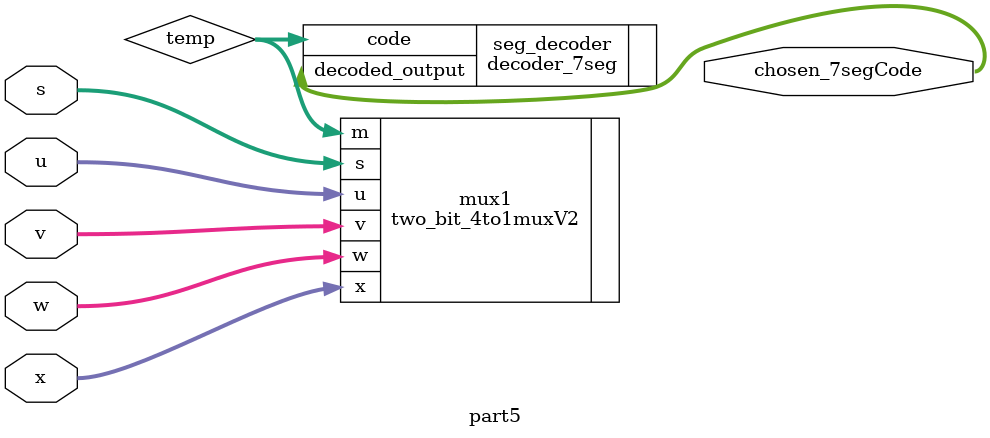
<source format=v>
module part5 (s,u,v,w,x,chosen_7segCode);
 
	input[1:0] s;
	input[1:0] u, v, w, x;
	output[6:0] chosen_7segCode;
	
	wire[1:0] temp;
	
	/* need to connect an instance of two_bit_4to1mux or
	two_bit_4to1muxV2 (named part3) to an instance of decoder_7seg
	named part4. 
	
	Use the wire 2-bit called temp to connect them 
	(note output of two_bit_4to1mux is 2-bit, input to decoder_7seg is 
	2-bit)
	*/
	
	// Complete your choice of the following
	//two_bit_4to1mux part3(.s(),...);
	two_bit_4to1muxV2 mux1 (.s(s),.u(u),.v(v),.w(w),.x(x),.m(temp));
	decoder_7seg seg_decoder (.code(temp),.decoded_output(chosen_7segCode));

endmodule

</source>
